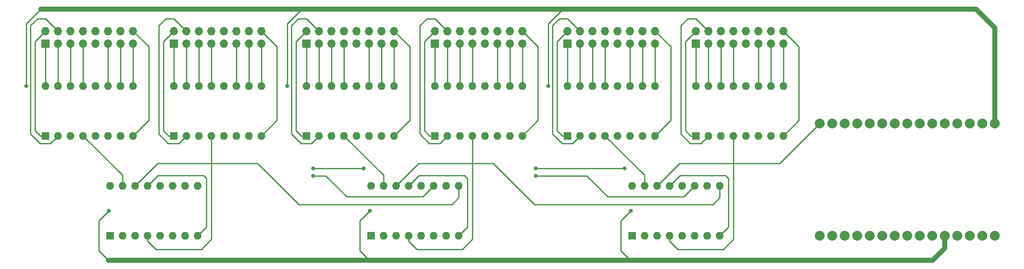
<source format=gbr>
G04 #@! TF.GenerationSoftware,KiCad,Pcbnew,(5.1.4)-1*
G04 #@! TF.CreationDate,2019-10-18T22:44:07-04:00*
G04 #@! TF.ProjectId,NixieClock,4e697869-6543-46c6-9f63-6b2e6b696361,rev?*
G04 #@! TF.SameCoordinates,Original*
G04 #@! TF.FileFunction,Copper,L1,Top*
G04 #@! TF.FilePolarity,Positive*
%FSLAX46Y46*%
G04 Gerber Fmt 4.6, Leading zero omitted, Abs format (unit mm)*
G04 Created by KiCad (PCBNEW (5.1.4)-1) date 2019-10-18 22:44:07*
%MOMM*%
%LPD*%
G04 APERTURE LIST*
%ADD10R,1.600000X1.600000*%
%ADD11O,1.600000X1.600000*%
%ADD12R,1.700000X1.700000*%
%ADD13O,1.700000X1.700000*%
%ADD14C,2.000000*%
%ADD15C,0.800000*%
%ADD16C,0.250000*%
%ADD17C,1.000000*%
G04 APERTURE END LIST*
D10*
X92628000Y-125476000D03*
D11*
X110408000Y-115316000D03*
X95168000Y-125476000D03*
X107868000Y-115316000D03*
X97708000Y-125476000D03*
X105328000Y-115316000D03*
X100248000Y-125476000D03*
X102788000Y-115316000D03*
X102788000Y-125476000D03*
X100248000Y-115316000D03*
X105328000Y-125476000D03*
X97708000Y-115316000D03*
X107868000Y-125476000D03*
X95168000Y-115316000D03*
X110408000Y-125476000D03*
X92628000Y-115316000D03*
D10*
X145628000Y-125476000D03*
D11*
X163408000Y-115316000D03*
X148168000Y-125476000D03*
X160868000Y-115316000D03*
X150708000Y-125476000D03*
X158328000Y-115316000D03*
X153248000Y-125476000D03*
X155788000Y-115316000D03*
X155788000Y-125476000D03*
X153248000Y-115316000D03*
X158328000Y-125476000D03*
X150708000Y-115316000D03*
X160868000Y-125476000D03*
X148168000Y-115316000D03*
X163408000Y-125476000D03*
X145628000Y-115316000D03*
D12*
X79520000Y-86360000D03*
D13*
X79520000Y-83820000D03*
X82060000Y-86360000D03*
X82060000Y-83820000D03*
X84600000Y-86360000D03*
X84600000Y-83820000D03*
X87140000Y-86360000D03*
X87140000Y-83820000D03*
X89680000Y-86360000D03*
X89680000Y-83820000D03*
X92220000Y-86360000D03*
X92220000Y-83820000D03*
X94760000Y-86360000D03*
X94760000Y-83820000D03*
X97300000Y-86360000D03*
X97300000Y-83820000D03*
D12*
X132520000Y-86360000D03*
D13*
X132520000Y-83820000D03*
X135060000Y-86360000D03*
X135060000Y-83820000D03*
X137600000Y-86360000D03*
X137600000Y-83820000D03*
X140140000Y-86360000D03*
X140140000Y-83820000D03*
X142680000Y-86360000D03*
X142680000Y-83820000D03*
X145220000Y-86360000D03*
X145220000Y-83820000D03*
X147760000Y-86360000D03*
X147760000Y-83820000D03*
X150300000Y-86360000D03*
X150300000Y-83820000D03*
X123335000Y-83820000D03*
X123335000Y-86360000D03*
X120795000Y-83820000D03*
X120795000Y-86360000D03*
X118255000Y-83820000D03*
X118255000Y-86360000D03*
X115715000Y-83820000D03*
X115715000Y-86360000D03*
X113175000Y-83820000D03*
X113175000Y-86360000D03*
X110635000Y-83820000D03*
X110635000Y-86360000D03*
X108095000Y-83820000D03*
X108095000Y-86360000D03*
X105555000Y-83820000D03*
D12*
X105555000Y-86360000D03*
D13*
X176335000Y-83820000D03*
X176335000Y-86360000D03*
X173795000Y-83820000D03*
X173795000Y-86360000D03*
X171255000Y-83820000D03*
X171255000Y-86360000D03*
X168715000Y-83820000D03*
X168715000Y-86360000D03*
X166175000Y-83820000D03*
X166175000Y-86360000D03*
X163635000Y-83820000D03*
X163635000Y-86360000D03*
X161095000Y-83820000D03*
X161095000Y-86360000D03*
X158555000Y-83820000D03*
D12*
X158555000Y-86360000D03*
D11*
X79520000Y-94996000D03*
X97300000Y-105156000D03*
X82060000Y-94996000D03*
X94760000Y-105156000D03*
X84600000Y-94996000D03*
X92220000Y-105156000D03*
X87140000Y-94996000D03*
X89680000Y-105156000D03*
X89680000Y-94996000D03*
X87140000Y-105156000D03*
X92220000Y-94996000D03*
X84600000Y-105156000D03*
X94760000Y-94996000D03*
X82060000Y-105156000D03*
X97300000Y-94996000D03*
D10*
X79520000Y-105156000D03*
D11*
X132520000Y-94996000D03*
X150300000Y-105156000D03*
X135060000Y-94996000D03*
X147760000Y-105156000D03*
X137600000Y-94996000D03*
X145220000Y-105156000D03*
X140140000Y-94996000D03*
X142680000Y-105156000D03*
X142680000Y-94996000D03*
X140140000Y-105156000D03*
X145220000Y-94996000D03*
X137600000Y-105156000D03*
X147760000Y-94996000D03*
X135060000Y-105156000D03*
X150300000Y-94996000D03*
D10*
X132520000Y-105156000D03*
X105555000Y-105156000D03*
D11*
X123335000Y-94996000D03*
X108095000Y-105156000D03*
X120795000Y-94996000D03*
X110635000Y-105156000D03*
X118255000Y-94996000D03*
X113175000Y-105156000D03*
X115715000Y-94996000D03*
X115715000Y-105156000D03*
X113175000Y-94996000D03*
X118255000Y-105156000D03*
X110635000Y-94996000D03*
X120795000Y-105156000D03*
X108095000Y-94996000D03*
X123335000Y-105156000D03*
X105555000Y-94996000D03*
D10*
X158555000Y-105156000D03*
D11*
X176335000Y-94996000D03*
X161095000Y-105156000D03*
X173795000Y-94996000D03*
X163635000Y-105156000D03*
X171255000Y-94996000D03*
X166175000Y-105156000D03*
X168715000Y-94996000D03*
X168715000Y-105156000D03*
X166175000Y-94996000D03*
X171255000Y-105156000D03*
X163635000Y-94996000D03*
X173795000Y-105156000D03*
X161095000Y-94996000D03*
X176335000Y-105156000D03*
X158555000Y-94996000D03*
D14*
X272288000Y-125476000D03*
X272288000Y-102616000D03*
X269748000Y-125476000D03*
X269748000Y-102616000D03*
X267208000Y-125476000D03*
X267208000Y-102616000D03*
X264668000Y-125476000D03*
X264668000Y-102616000D03*
X262128000Y-125476000D03*
X262128000Y-102616000D03*
X259588000Y-125476000D03*
X259588000Y-102616000D03*
X257048000Y-125476000D03*
X257048000Y-102616000D03*
X254508000Y-125476000D03*
X254508000Y-102616000D03*
X251968000Y-125476000D03*
X251968000Y-102616000D03*
X249428000Y-125476000D03*
X249428000Y-102616000D03*
X246888000Y-125476000D03*
X246888000Y-102616000D03*
X244348000Y-125476000D03*
X244348000Y-102616000D03*
X241808000Y-125476000D03*
X241808000Y-102616000D03*
X239268000Y-125476000D03*
X239268000Y-102616000D03*
X236728000Y-125476000D03*
X236728000Y-102616000D03*
D10*
X185520000Y-105156000D03*
D11*
X203300000Y-94996000D03*
X188060000Y-105156000D03*
X200760000Y-94996000D03*
X190600000Y-105156000D03*
X198220000Y-94996000D03*
X193140000Y-105156000D03*
X195680000Y-94996000D03*
X195680000Y-105156000D03*
X193140000Y-94996000D03*
X198220000Y-105156000D03*
X190600000Y-94996000D03*
X200760000Y-105156000D03*
X188060000Y-94996000D03*
X203300000Y-105156000D03*
X185520000Y-94996000D03*
X211555000Y-94996000D03*
X229335000Y-105156000D03*
X214095000Y-94996000D03*
X226795000Y-105156000D03*
X216635000Y-94996000D03*
X224255000Y-105156000D03*
X219175000Y-94996000D03*
X221715000Y-105156000D03*
X221715000Y-94996000D03*
X219175000Y-105156000D03*
X224255000Y-94996000D03*
X216635000Y-105156000D03*
X226795000Y-94996000D03*
X214095000Y-105156000D03*
X229335000Y-94996000D03*
D10*
X211555000Y-105156000D03*
D12*
X211555000Y-86360000D03*
D13*
X211555000Y-83820000D03*
X214095000Y-86360000D03*
X214095000Y-83820000D03*
X216635000Y-86360000D03*
X216635000Y-83820000D03*
X219175000Y-86360000D03*
X219175000Y-83820000D03*
X221715000Y-86360000D03*
X221715000Y-83820000D03*
X224255000Y-86360000D03*
X224255000Y-83820000D03*
X226795000Y-86360000D03*
X226795000Y-83820000D03*
X229335000Y-86360000D03*
X229335000Y-83820000D03*
X203300000Y-83820000D03*
X203300000Y-86360000D03*
X200760000Y-83820000D03*
X200760000Y-86360000D03*
X198220000Y-83820000D03*
X198220000Y-86360000D03*
X195680000Y-83820000D03*
X195680000Y-86360000D03*
X193140000Y-83820000D03*
X193140000Y-86360000D03*
X190600000Y-83820000D03*
X190600000Y-86360000D03*
X188060000Y-83820000D03*
X188060000Y-86360000D03*
X185520000Y-83820000D03*
D12*
X185520000Y-86360000D03*
D11*
X198628000Y-115316000D03*
X216408000Y-125476000D03*
X201168000Y-115316000D03*
X213868000Y-125476000D03*
X203708000Y-115316000D03*
X211328000Y-125476000D03*
X206248000Y-115316000D03*
X208788000Y-125476000D03*
X208788000Y-115316000D03*
X206248000Y-125476000D03*
X211328000Y-115316000D03*
X203708000Y-125476000D03*
X213868000Y-115316000D03*
X201168000Y-125476000D03*
X216408000Y-115316000D03*
D10*
X198628000Y-125476000D03*
D15*
X197104000Y-111760000D03*
X181610000Y-94996000D03*
X198374000Y-120396000D03*
X128610000Y-94996000D03*
X75610000Y-94996000D03*
X145374000Y-120396000D03*
X92374000Y-120396000D03*
X144104000Y-111760000D03*
X179070000Y-113284000D03*
X133858000Y-113284000D03*
X133858000Y-111760000D03*
X179070000Y-111760000D03*
D16*
X190600000Y-104748000D02*
X190600000Y-105156000D01*
X184470000Y-105156000D02*
X183388000Y-104074000D01*
X185520000Y-105156000D02*
X184470000Y-105156000D01*
X188060000Y-105156000D02*
X186537600Y-106678400D01*
X186537600Y-106678400D02*
X184351600Y-106678400D01*
X184351600Y-106678400D02*
X182473600Y-104800400D01*
X183896000Y-81280000D02*
X183896000Y-81280000D01*
X185520000Y-94996000D02*
X185520000Y-86360000D01*
X188060000Y-94996000D02*
X188060000Y-86360000D01*
X190600000Y-94996000D02*
X190600000Y-86360000D01*
X193140000Y-93864630D02*
X193140000Y-86360000D01*
X193140000Y-94996000D02*
X193140000Y-93864630D01*
X198220000Y-88900000D02*
X198220000Y-86360000D01*
X198220000Y-94996000D02*
X198220000Y-88900000D01*
X200760000Y-94996000D02*
X200760000Y-86360000D01*
X203300000Y-93864630D02*
X203300000Y-86360000D01*
X203300000Y-94996000D02*
X203300000Y-93864630D01*
X203300000Y-105156000D02*
X206475000Y-101981000D01*
X206475000Y-86995000D02*
X203300000Y-83820000D01*
X206475000Y-101981000D02*
X206475000Y-86995000D01*
X183388000Y-85952000D02*
X185520000Y-83820000D01*
X183388000Y-104074000D02*
X183388000Y-85952000D01*
X185520000Y-81280000D02*
X188060000Y-83820000D01*
X183896000Y-81280000D02*
X185520000Y-81280000D01*
X182473600Y-104800400D02*
X182473600Y-82702400D01*
X182473600Y-82702400D02*
X183896000Y-81280000D01*
X229335000Y-94996000D02*
X229335000Y-93864630D01*
X216635000Y-94996000D02*
X216635000Y-86360000D01*
X229335000Y-93864630D02*
X229335000Y-86360000D01*
X211555000Y-94996000D02*
X211555000Y-86360000D01*
X216635000Y-104748000D02*
X216635000Y-105156000D01*
X219175000Y-93864630D02*
X219175000Y-86360000D01*
X219175000Y-94996000D02*
X219175000Y-93864630D01*
X211555000Y-81280000D02*
X214095000Y-83820000D01*
X226795000Y-94996000D02*
X226795000Y-86360000D01*
X209423000Y-85952000D02*
X211555000Y-83820000D01*
X209423000Y-104074000D02*
X209423000Y-85952000D01*
X209931000Y-81280000D02*
X211555000Y-81280000D01*
X232510000Y-101981000D02*
X232510000Y-86995000D01*
X229335000Y-105156000D02*
X232510000Y-101981000D01*
X224255000Y-94996000D02*
X224255000Y-88900000D01*
X224255000Y-88900000D02*
X224255000Y-86360000D01*
X232510000Y-86995000D02*
X229335000Y-83820000D01*
X214095000Y-94996000D02*
X214095000Y-86360000D01*
X210505000Y-105156000D02*
X209423000Y-104074000D01*
X211555000Y-105156000D02*
X210505000Y-105156000D01*
X214095000Y-105156000D02*
X212572600Y-106678400D01*
X212572600Y-106678400D02*
X210386600Y-106678400D01*
X210386600Y-106678400D02*
X208508600Y-104800400D01*
X208508600Y-104800400D02*
X208508600Y-82702400D01*
X208508600Y-82702400D02*
X209931000Y-81280000D01*
X209931000Y-81280000D02*
X209931000Y-81280000D01*
X201168000Y-115316000D02*
X201168000Y-114184630D01*
X201168000Y-113184000D02*
X201168000Y-115316000D01*
X193140000Y-105156000D02*
X201168000Y-113184000D01*
X192786000Y-111760000D02*
X197104000Y-111760000D01*
X219175000Y-126211000D02*
X219175000Y-105156000D01*
X211328000Y-115316000D02*
X209105500Y-117538500D01*
X193675000Y-117538500D02*
X189420500Y-113284000D01*
X209105500Y-117538500D02*
X193675000Y-117538500D01*
D17*
X185293000Y-79324200D02*
X268452600Y-79324200D01*
D16*
X220011000Y-130476000D02*
X220044000Y-130476000D01*
D17*
X198628000Y-130476000D02*
X220011000Y-130476000D01*
D16*
X185293000Y-79324200D02*
X184581800Y-79324200D01*
X184581800Y-79324200D02*
X181610000Y-82296000D01*
X181610000Y-82296000D02*
X181610000Y-93472000D01*
X181610000Y-93472000D02*
X181610000Y-94996000D01*
X181610000Y-94996000D02*
X181610000Y-94996000D01*
X257349000Y-130476000D02*
X257349000Y-130255000D01*
D17*
X220011000Y-130476000D02*
X257349000Y-130476000D01*
X262128000Y-125476000D02*
X262128000Y-128016000D01*
X259668000Y-130476000D02*
X257349000Y-130476000D01*
X262128000Y-128016000D02*
X259668000Y-130476000D01*
X272288000Y-83159600D02*
X268452600Y-79324200D01*
X272288000Y-102616000D02*
X272288000Y-83159600D01*
D16*
X198628000Y-130476000D02*
X198294000Y-130476000D01*
X198294000Y-130476000D02*
X196342000Y-128524000D01*
X196342000Y-128524000D02*
X196342000Y-122428000D01*
X196342000Y-122428000D02*
X198374000Y-120396000D01*
X206248000Y-115316000D02*
X208343500Y-113220500D01*
X218186000Y-113792000D02*
X217614500Y-113220500D01*
X216408000Y-125476000D02*
X218186000Y-123698000D01*
X218186000Y-123698000D02*
X218186000Y-113792000D01*
X228600000Y-110744000D02*
X236728000Y-102616000D01*
X203708000Y-115316000D02*
X208280000Y-110744000D01*
X208280000Y-110744000D02*
X228600000Y-110744000D01*
X217614500Y-113220500D02*
X208343500Y-113220500D01*
X206248000Y-126607370D02*
X207910630Y-128270000D01*
X206248000Y-125476000D02*
X206248000Y-126607370D01*
X217116000Y-128270000D02*
X219175000Y-126211000D01*
X207910630Y-128270000D02*
X217116000Y-128270000D01*
X176335000Y-105156000D02*
X179510000Y-101981000D01*
X123335000Y-105156000D02*
X126510000Y-101981000D01*
X128610000Y-82296000D02*
X128610000Y-93472000D01*
X75610000Y-82296000D02*
X75610000Y-93472000D01*
X163635000Y-94996000D02*
X163635000Y-86360000D01*
X110635000Y-94996000D02*
X110635000Y-86360000D01*
X163408000Y-125476000D02*
X165186000Y-123698000D01*
X110408000Y-125476000D02*
X112186000Y-123698000D01*
X129473600Y-82702400D02*
X130896000Y-81280000D01*
X76473600Y-82702400D02*
X77896000Y-81280000D01*
X129473600Y-104800400D02*
X129473600Y-82702400D01*
X76473600Y-104800400D02*
X76473600Y-82702400D01*
X176335000Y-93864630D02*
X176335000Y-86360000D01*
X123335000Y-93864630D02*
X123335000Y-86360000D01*
X143342000Y-128524000D02*
X143342000Y-122428000D01*
X90342000Y-128524000D02*
X90342000Y-122428000D01*
X155508600Y-82702400D02*
X156931000Y-81280000D01*
X102508600Y-82702400D02*
X103931000Y-81280000D01*
X153248000Y-115316000D02*
X155343500Y-113220500D01*
X100248000Y-115316000D02*
X102343500Y-113220500D01*
X145220000Y-94996000D02*
X145220000Y-88900000D01*
X92220000Y-94996000D02*
X92220000Y-88900000D01*
X159572600Y-106678400D02*
X157386600Y-106678400D01*
X106572600Y-106678400D02*
X104386600Y-106678400D01*
X148168000Y-113184000D02*
X148168000Y-115316000D01*
X95168000Y-113184000D02*
X95168000Y-115316000D01*
X153248000Y-125476000D02*
X153248000Y-126607370D01*
X100248000Y-125476000D02*
X100248000Y-126607370D01*
X150300000Y-94996000D02*
X150300000Y-93864630D01*
X97300000Y-94996000D02*
X97300000Y-93864630D01*
X150300000Y-105156000D02*
X153475000Y-101981000D01*
X97300000Y-105156000D02*
X100475000Y-101981000D01*
X150300000Y-93864630D02*
X150300000Y-86360000D01*
X97300000Y-93864630D02*
X97300000Y-86360000D01*
X153475000Y-86995000D02*
X150300000Y-83820000D01*
X100475000Y-86995000D02*
X97300000Y-83820000D01*
X147760000Y-94996000D02*
X147760000Y-86360000D01*
X94760000Y-94996000D02*
X94760000Y-86360000D01*
X157386600Y-106678400D02*
X155508600Y-104800400D01*
X104386600Y-106678400D02*
X102508600Y-104800400D01*
X131470000Y-105156000D02*
X130388000Y-104074000D01*
X78470000Y-105156000D02*
X77388000Y-104074000D01*
X156423000Y-104074000D02*
X156423000Y-85952000D01*
X103423000Y-104074000D02*
X103423000Y-85952000D01*
X157505000Y-105156000D02*
X156423000Y-104074000D01*
X104505000Y-105156000D02*
X103423000Y-104074000D01*
X171255000Y-94996000D02*
X171255000Y-88900000D01*
X118255000Y-94996000D02*
X118255000Y-88900000D01*
X131581800Y-79324200D02*
X128610000Y-82296000D01*
X78581800Y-79324200D02*
X75610000Y-82296000D01*
X158328000Y-115316000D02*
X156105500Y-117538500D01*
X156931000Y-81280000D02*
X158555000Y-81280000D01*
X103931000Y-81280000D02*
X105555000Y-81280000D01*
X130388000Y-104074000D02*
X130388000Y-85952000D01*
X77388000Y-104074000D02*
X77388000Y-85952000D01*
X163635000Y-104748000D02*
X163635000Y-105156000D01*
X110635000Y-104748000D02*
X110635000Y-105156000D01*
X165186000Y-123698000D02*
X165186000Y-113792000D01*
X112186000Y-123698000D02*
X112186000Y-113792000D01*
X132520000Y-81280000D02*
X135060000Y-83820000D01*
X79520000Y-81280000D02*
X82060000Y-83820000D01*
X158555000Y-81280000D02*
X161095000Y-83820000D01*
X105555000Y-81280000D02*
X108095000Y-83820000D01*
X166175000Y-93864630D02*
X166175000Y-86360000D01*
X113175000Y-93864630D02*
X113175000Y-86360000D01*
X137600000Y-104748000D02*
X137600000Y-105156000D01*
X84600000Y-104748000D02*
X84600000Y-105156000D01*
X137600000Y-94996000D02*
X137600000Y-86360000D01*
X84600000Y-94996000D02*
X84600000Y-86360000D01*
X132520000Y-94996000D02*
X132520000Y-86360000D01*
X79520000Y-94996000D02*
X79520000Y-86360000D01*
X135060000Y-105156000D02*
X133537600Y-106678400D01*
X82060000Y-105156000D02*
X80537600Y-106678400D01*
X130388000Y-85952000D02*
X132520000Y-83820000D01*
X77388000Y-85952000D02*
X79520000Y-83820000D01*
X135060000Y-94996000D02*
X135060000Y-86360000D01*
X82060000Y-94996000D02*
X82060000Y-86360000D01*
X140140000Y-94996000D02*
X140140000Y-93864630D01*
X87140000Y-94996000D02*
X87140000Y-93864630D01*
X133537600Y-106678400D02*
X131351600Y-106678400D01*
X80537600Y-106678400D02*
X78351600Y-106678400D01*
X131351600Y-106678400D02*
X129473600Y-104800400D01*
X78351600Y-106678400D02*
X76473600Y-104800400D01*
X132520000Y-105156000D02*
X131470000Y-105156000D01*
X79520000Y-105156000D02*
X78470000Y-105156000D01*
X130896000Y-81280000D02*
X130896000Y-81280000D01*
X77896000Y-81280000D02*
X77896000Y-81280000D01*
X145220000Y-88900000D02*
X145220000Y-86360000D01*
X92220000Y-88900000D02*
X92220000Y-86360000D01*
X140140000Y-93864630D02*
X140140000Y-86360000D01*
X87140000Y-93864630D02*
X87140000Y-86360000D01*
X153475000Y-101981000D02*
X153475000Y-86995000D01*
X100475000Y-101981000D02*
X100475000Y-86995000D01*
X166175000Y-126211000D02*
X166175000Y-105156000D01*
X113175000Y-126211000D02*
X113175000Y-105156000D01*
X155508600Y-104800400D02*
X155508600Y-82702400D01*
X102508600Y-104800400D02*
X102508600Y-82702400D01*
X171255000Y-88900000D02*
X171255000Y-86360000D01*
X118255000Y-88900000D02*
X118255000Y-86360000D01*
X140140000Y-105156000D02*
X148168000Y-113184000D01*
X87140000Y-105156000D02*
X95168000Y-113184000D01*
X166175000Y-94996000D02*
X166175000Y-93864630D01*
X113175000Y-94996000D02*
X113175000Y-93864630D01*
X164614500Y-113220500D02*
X155343500Y-113220500D01*
X111614500Y-113220500D02*
X102343500Y-113220500D01*
X130896000Y-81280000D02*
X132520000Y-81280000D01*
X77896000Y-81280000D02*
X79520000Y-81280000D01*
X156105500Y-117538500D02*
X140675000Y-117538500D01*
X128610000Y-93472000D02*
X128610000Y-94996000D01*
X75610000Y-93472000D02*
X75610000Y-94996000D01*
X128610000Y-94996000D02*
X128610000Y-94996000D01*
X75610000Y-94996000D02*
X75610000Y-94996000D01*
X145294000Y-130476000D02*
X143342000Y-128524000D01*
X92294000Y-130476000D02*
X90342000Y-128524000D01*
X139786000Y-111760000D02*
X144104000Y-111760000D01*
X150708000Y-115316000D02*
X155280000Y-110744000D01*
X164116000Y-128270000D02*
X166175000Y-126211000D01*
X111116000Y-128270000D02*
X113175000Y-126211000D01*
X154910630Y-128270000D02*
X164116000Y-128270000D01*
X101910630Y-128270000D02*
X111116000Y-128270000D01*
X158555000Y-105156000D02*
X157505000Y-105156000D01*
X105555000Y-105156000D02*
X104505000Y-105156000D01*
X156931000Y-81280000D02*
X156931000Y-81280000D01*
X103931000Y-81280000D02*
X103931000Y-81280000D01*
X148168000Y-115316000D02*
X148168000Y-114184630D01*
X95168000Y-115316000D02*
X95168000Y-114184630D01*
X165186000Y-113792000D02*
X164614500Y-113220500D01*
X112186000Y-113792000D02*
X111614500Y-113220500D01*
X153248000Y-126607370D02*
X154910630Y-128270000D01*
X100248000Y-126607370D02*
X101910630Y-128270000D01*
X179510000Y-86995000D02*
X176335000Y-83820000D01*
X126510000Y-86995000D02*
X123335000Y-83820000D01*
X161095000Y-94996000D02*
X161095000Y-86360000D01*
X108095000Y-94996000D02*
X108095000Y-86360000D01*
X140675000Y-117538500D02*
X136420500Y-113284000D01*
X156423000Y-85952000D02*
X158555000Y-83820000D01*
X103423000Y-85952000D02*
X105555000Y-83820000D01*
X161095000Y-105156000D02*
X159572600Y-106678400D01*
X108095000Y-105156000D02*
X106572600Y-106678400D01*
X173795000Y-94996000D02*
X173795000Y-86360000D01*
X120795000Y-94996000D02*
X120795000Y-86360000D01*
X179510000Y-101981000D02*
X179510000Y-86995000D01*
X126510000Y-101981000D02*
X126510000Y-86995000D01*
X176335000Y-94996000D02*
X176335000Y-93864630D01*
X123335000Y-94996000D02*
X123335000Y-93864630D01*
X158555000Y-94996000D02*
X158555000Y-86360000D01*
X105555000Y-94996000D02*
X105555000Y-86360000D01*
X143342000Y-122428000D02*
X145374000Y-120396000D01*
X90342000Y-122428000D02*
X92374000Y-120396000D01*
D17*
X185293000Y-79324200D02*
X78581800Y-79324200D01*
X198628000Y-130476000D02*
X92294000Y-130476000D01*
D16*
X178816000Y-119126000D02*
X170434000Y-110744000D01*
X215011000Y-119126000D02*
X178816000Y-119126000D01*
X216408000Y-117729000D02*
X215011000Y-119126000D01*
X216408000Y-115316000D02*
X216408000Y-117729000D01*
X155280000Y-110744000D02*
X170434000Y-110744000D01*
X189420500Y-113284000D02*
X179070000Y-113284000D01*
X133858000Y-111760000D02*
X139786000Y-111760000D01*
X136420500Y-113284000D02*
X133858000Y-113284000D01*
X102280000Y-110744000D02*
X97708000Y-115316000D01*
X122600000Y-110744000D02*
X102280000Y-110744000D01*
X130982000Y-119126000D02*
X122600000Y-110744000D01*
X162011000Y-119126000D02*
X130982000Y-119126000D01*
X163408000Y-115316000D02*
X163408000Y-117729000D01*
X163408000Y-117729000D02*
X162011000Y-119126000D01*
X192786000Y-111760000D02*
X179070000Y-111760000D01*
M02*

</source>
